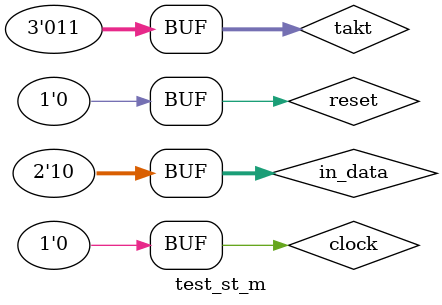
<source format=v>
module test_st_m ;
reg [1:0] in_data; 
reg reset, clock;
reg [2:0] takt;
wire [1:0] out_data;

st_m v1(.in_data(in_data),.out_data(out_data),.reset(reset), .clock(clock));
initial 
begin 
 clock='b0;
 reset='b0;
 #5 reset='b1;
 #10 reset='b0;
for (takt=0; takt<2; takt=takt+1)
  begin
    #5 in_data=2'b00;
    #5 clock='b1;
    #10 clock='b0;
    #5 in_data=2'b01;
    #5 clock='b1;
    #10 clock='b0;
    #20;
  end
#10;
for (takt=0; takt<2; takt=takt+1)
  begin
    #5 in_data=2'b10;
    #5 clock='b1;
    #10 clock='b0;
    #5 in_data=2'b00;
    #5 clock='b1;
    #10 clock='b0;
    #5 in_data=2'b01;
    #5 clock='b1;
    #10 clock='b0;
    #20;
  end
#10;
#5 in_data=2'b11;
for (takt=0; takt<3; takt=takt+1)
  begin
    #5 clock='b1;
    #10 clock='b0;
    #20;
  end
#10;
#5 in_data=2'b10;
#5 clock='b1;
#10 clock='b0;
end  
endmodule


</source>
